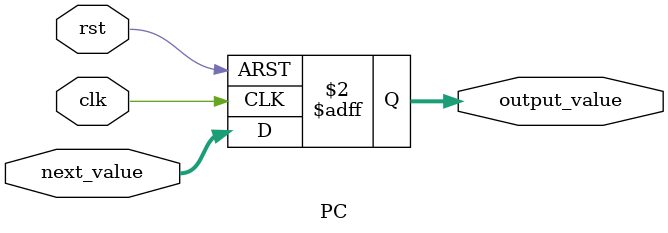
<source format=sv>
`timescale 1ns / 1ps


module PC#(
    parameter Index_width = 9
    )(
    input logic clk,
    input logic rst,
    input logic [Index_width-1:0] next_value,
    
    output logic [Index_width-1:0] output_value
    );
    
    always_ff @ (posedge clk,posedge rst)
        if(rst)
            output_value <= 9'd0;
        else 
            output_value <= next_value;
endmodule

</source>
